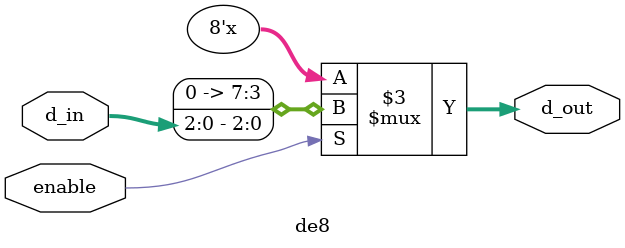
<source format=v>
module de8 (d_out, d_in, enable);
input [2:0]d_in;
input enable;
output reg [7:0]d_out;
  
always @(d_in or enable)
begin
if (enable)
d_out <= d_in;
else
d_out <= 8'bx;
end
  
endmodule

</source>
